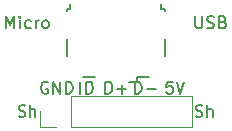
<source format=gbr>
%TF.GenerationSoftware,KiCad,Pcbnew,5.1.10-88a1d61d58~88~ubuntu18.04.1*%
%TF.CreationDate,2021-08-17T20:33:50+02:00*%
%TF.ProjectId,USB,5553422e-6b69-4636-9164-5f7063625858,rev?*%
%TF.SameCoordinates,Original*%
%TF.FileFunction,Legend,Top*%
%TF.FilePolarity,Positive*%
%FSLAX46Y46*%
G04 Gerber Fmt 4.6, Leading zero omitted, Abs format (unit mm)*
G04 Created by KiCad (PCBNEW 5.1.10-88a1d61d58~88~ubuntu18.04.1) date 2021-08-17 20:33:50*
%MOMM*%
%LPD*%
G01*
G04 APERTURE LIST*
%ADD10C,0.150000*%
%ADD11C,0.120000*%
G04 APERTURE END LIST*
D10*
X131761904Y-99904761D02*
X131904761Y-99952380D01*
X132142857Y-99952380D01*
X132238095Y-99904761D01*
X132285714Y-99857142D01*
X132333333Y-99761904D01*
X132333333Y-99666666D01*
X132285714Y-99571428D01*
X132238095Y-99523809D01*
X132142857Y-99476190D01*
X131952380Y-99428571D01*
X131857142Y-99380952D01*
X131809523Y-99333333D01*
X131761904Y-99238095D01*
X131761904Y-99142857D01*
X131809523Y-99047619D01*
X131857142Y-99000000D01*
X131952380Y-98952380D01*
X132190476Y-98952380D01*
X132333333Y-99000000D01*
X132761904Y-99952380D02*
X132761904Y-98952380D01*
X133190476Y-99952380D02*
X133190476Y-99428571D01*
X133142857Y-99333333D01*
X133047619Y-99285714D01*
X132904761Y-99285714D01*
X132809523Y-99333333D01*
X132761904Y-99380952D01*
X146761904Y-99904761D02*
X146904761Y-99952380D01*
X147142857Y-99952380D01*
X147238095Y-99904761D01*
X147285714Y-99857142D01*
X147333333Y-99761904D01*
X147333333Y-99666666D01*
X147285714Y-99571428D01*
X147238095Y-99523809D01*
X147142857Y-99476190D01*
X146952380Y-99428571D01*
X146857142Y-99380952D01*
X146809523Y-99333333D01*
X146761904Y-99238095D01*
X146761904Y-99142857D01*
X146809523Y-99047619D01*
X146857142Y-99000000D01*
X146952380Y-98952380D01*
X147190476Y-98952380D01*
X147333333Y-99000000D01*
X147761904Y-99952380D02*
X147761904Y-98952380D01*
X148190476Y-99952380D02*
X148190476Y-99428571D01*
X148142857Y-99333333D01*
X148047619Y-99285714D01*
X147904761Y-99285714D01*
X147809523Y-99333333D01*
X147761904Y-99380952D01*
X146738095Y-91452380D02*
X146738095Y-92261904D01*
X146785714Y-92357142D01*
X146833333Y-92404761D01*
X146928571Y-92452380D01*
X147119047Y-92452380D01*
X147214285Y-92404761D01*
X147261904Y-92357142D01*
X147309523Y-92261904D01*
X147309523Y-91452380D01*
X147738095Y-92404761D02*
X147880952Y-92452380D01*
X148119047Y-92452380D01*
X148214285Y-92404761D01*
X148261904Y-92357142D01*
X148309523Y-92261904D01*
X148309523Y-92166666D01*
X148261904Y-92071428D01*
X148214285Y-92023809D01*
X148119047Y-91976190D01*
X147928571Y-91928571D01*
X147833333Y-91880952D01*
X147785714Y-91833333D01*
X147738095Y-91738095D01*
X147738095Y-91642857D01*
X147785714Y-91547619D01*
X147833333Y-91500000D01*
X147928571Y-91452380D01*
X148166666Y-91452380D01*
X148309523Y-91500000D01*
X149071428Y-91928571D02*
X149214285Y-91976190D01*
X149261904Y-92023809D01*
X149309523Y-92119047D01*
X149309523Y-92261904D01*
X149261904Y-92357142D01*
X149214285Y-92404761D01*
X149119047Y-92452380D01*
X148738095Y-92452380D01*
X148738095Y-91452380D01*
X149071428Y-91452380D01*
X149166666Y-91500000D01*
X149214285Y-91547619D01*
X149261904Y-91642857D01*
X149261904Y-91738095D01*
X149214285Y-91833333D01*
X149166666Y-91880952D01*
X149071428Y-91928571D01*
X148738095Y-91928571D01*
X130738095Y-92452380D02*
X130738095Y-91452380D01*
X131071428Y-92166666D01*
X131404761Y-91452380D01*
X131404761Y-92452380D01*
X131880952Y-92452380D02*
X131880952Y-91785714D01*
X131880952Y-91452380D02*
X131833333Y-91500000D01*
X131880952Y-91547619D01*
X131928571Y-91500000D01*
X131880952Y-91452380D01*
X131880952Y-91547619D01*
X132785714Y-92404761D02*
X132690476Y-92452380D01*
X132500000Y-92452380D01*
X132404761Y-92404761D01*
X132357142Y-92357142D01*
X132309523Y-92261904D01*
X132309523Y-91976190D01*
X132357142Y-91880952D01*
X132404761Y-91833333D01*
X132500000Y-91785714D01*
X132690476Y-91785714D01*
X132785714Y-91833333D01*
X133214285Y-92452380D02*
X133214285Y-91785714D01*
X133214285Y-91976190D02*
X133261904Y-91880952D01*
X133309523Y-91833333D01*
X133404761Y-91785714D01*
X133500000Y-91785714D01*
X133976190Y-92452380D02*
X133880952Y-92404761D01*
X133833333Y-92357142D01*
X133785714Y-92261904D01*
X133785714Y-91976190D01*
X133833333Y-91880952D01*
X133880952Y-91833333D01*
X133976190Y-91785714D01*
X134119047Y-91785714D01*
X134214285Y-91833333D01*
X134261904Y-91880952D01*
X134309523Y-91976190D01*
X134309523Y-92261904D01*
X134261904Y-92357142D01*
X134214285Y-92404761D01*
X134119047Y-92452380D01*
X133976190Y-92452380D01*
X141613047Y-97988380D02*
X141613047Y-96988380D01*
X141851142Y-96988380D01*
X141994000Y-97036000D01*
X142089238Y-97131238D01*
X142136857Y-97226476D01*
X142184476Y-97416952D01*
X142184476Y-97559809D01*
X142136857Y-97750285D01*
X142089238Y-97845523D01*
X141994000Y-97940761D01*
X141851142Y-97988380D01*
X141613047Y-97988380D01*
X142613047Y-97607428D02*
X143374952Y-97607428D01*
X139119047Y-97988380D02*
X139119047Y-96988380D01*
X139357142Y-96988380D01*
X139500000Y-97036000D01*
X139595238Y-97131238D01*
X139642857Y-97226476D01*
X139690476Y-97416952D01*
X139690476Y-97559809D01*
X139642857Y-97750285D01*
X139595238Y-97845523D01*
X139500000Y-97940761D01*
X139357142Y-97988380D01*
X139119047Y-97988380D01*
X140119047Y-97607428D02*
X140880952Y-97607428D01*
X140500000Y-97988380D02*
X140500000Y-97226476D01*
X137000000Y-97988380D02*
X137000000Y-96988380D01*
X137476190Y-97988380D02*
X137476190Y-96988380D01*
X137714285Y-96988380D01*
X137857142Y-97036000D01*
X137952380Y-97131238D01*
X138000000Y-97226476D01*
X138047619Y-97416952D01*
X138047619Y-97559809D01*
X138000000Y-97750285D01*
X137952380Y-97845523D01*
X137857142Y-97940761D01*
X137714285Y-97988380D01*
X137476190Y-97988380D01*
X134238095Y-97036000D02*
X134142857Y-96988380D01*
X134000000Y-96988380D01*
X133857142Y-97036000D01*
X133761904Y-97131238D01*
X133714285Y-97226476D01*
X133666666Y-97416952D01*
X133666666Y-97559809D01*
X133714285Y-97750285D01*
X133761904Y-97845523D01*
X133857142Y-97940761D01*
X134000000Y-97988380D01*
X134095238Y-97988380D01*
X134238095Y-97940761D01*
X134285714Y-97893142D01*
X134285714Y-97559809D01*
X134095238Y-97559809D01*
X134714285Y-97988380D02*
X134714285Y-96988380D01*
X135285714Y-97988380D01*
X135285714Y-96988380D01*
X135761904Y-97988380D02*
X135761904Y-96988380D01*
X136000000Y-96988380D01*
X136142857Y-97036000D01*
X136238095Y-97131238D01*
X136285714Y-97226476D01*
X136333333Y-97416952D01*
X136333333Y-97559809D01*
X136285714Y-97750285D01*
X136238095Y-97845523D01*
X136142857Y-97940761D01*
X136000000Y-97988380D01*
X135761904Y-97988380D01*
X144809523Y-96988380D02*
X144333333Y-96988380D01*
X144285714Y-97464571D01*
X144333333Y-97416952D01*
X144428571Y-97369333D01*
X144666666Y-97369333D01*
X144761904Y-97416952D01*
X144809523Y-97464571D01*
X144857142Y-97559809D01*
X144857142Y-97797904D01*
X144809523Y-97893142D01*
X144761904Y-97940761D01*
X144666666Y-97988380D01*
X144428571Y-97988380D01*
X144333333Y-97940761D01*
X144285714Y-97893142D01*
X145142857Y-96988380D02*
X145476190Y-97988380D01*
X145809523Y-96988380D01*
D11*
%TO.C,J2*%
X146410000Y-100830000D02*
X146410000Y-98170000D01*
X136190000Y-100830000D02*
X146410000Y-100830000D01*
X136190000Y-98170000D02*
X146410000Y-98170000D01*
X136190000Y-100830000D02*
X136190000Y-98170000D01*
X134920000Y-100830000D02*
X133590000Y-100830000D01*
X133590000Y-100830000D02*
X133590000Y-99500000D01*
D10*
%TO.C,J1*%
X144150000Y-94800000D02*
X144150000Y-93400000D01*
X144150000Y-91000000D02*
X144150000Y-90850000D01*
X144150000Y-90850000D02*
X143850000Y-90850000D01*
X143850000Y-90850000D02*
X143850000Y-90400000D01*
X136150000Y-90400000D02*
X136150000Y-90850000D01*
X136150000Y-90850000D02*
X135850000Y-90850000D01*
X135850000Y-90850000D02*
X135850000Y-91000000D01*
X135850000Y-93400000D02*
X135850000Y-94800000D01*
X141075000Y-96975000D02*
X141800000Y-96975000D01*
X141800000Y-96975000D02*
X141800000Y-96550000D01*
X141800000Y-96550000D02*
X142800000Y-96550000D01*
X138200000Y-96550000D02*
X137200000Y-96550000D01*
%TD*%
M02*

</source>
